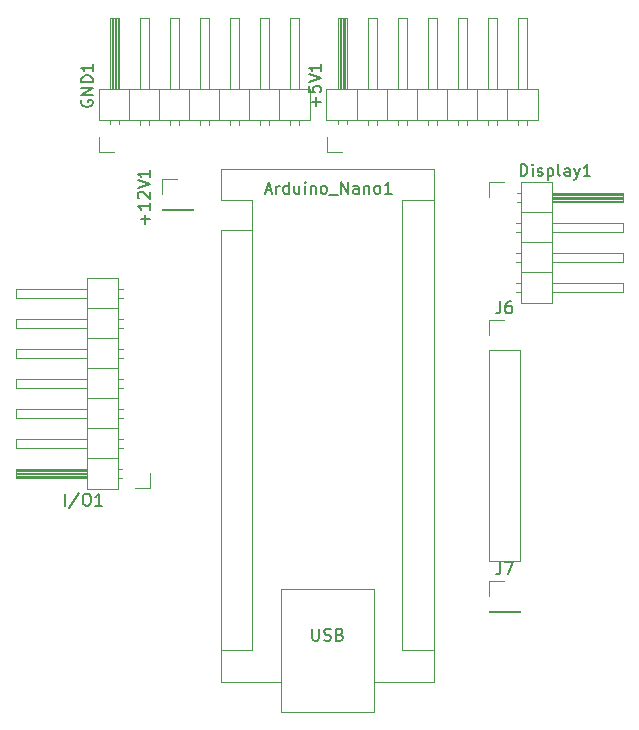
<source format=gto>
G04 #@! TF.GenerationSoftware,KiCad,Pcbnew,7.0.10*
G04 #@! TF.CreationDate,2024-01-18T21:31:56-08:00*
G04 #@! TF.ProjectId,Jettabrain,4a657474-6162-4726-9169-6e2e6b696361,rev?*
G04 #@! TF.SameCoordinates,Original*
G04 #@! TF.FileFunction,Legend,Top*
G04 #@! TF.FilePolarity,Positive*
%FSLAX46Y46*%
G04 Gerber Fmt 4.6, Leading zero omitted, Abs format (unit mm)*
G04 Created by KiCad (PCBNEW 7.0.10) date 2024-01-18 21:31:56*
%MOMM*%
%LPD*%
G01*
G04 APERTURE LIST*
%ADD10C,0.150000*%
%ADD11C,0.120000*%
%ADD12R,1.700000X1.700000*%
%ADD13O,1.700000X1.700000*%
%ADD14R,1.600000X1.600000*%
%ADD15O,1.600000X1.600000*%
G04 APERTURE END LIST*
D10*
X126819866Y-89106094D02*
X126819866Y-88344190D01*
X127200819Y-88725142D02*
X126438914Y-88725142D01*
X127200819Y-87344190D02*
X127200819Y-87915618D01*
X127200819Y-87629904D02*
X126200819Y-87629904D01*
X126200819Y-87629904D02*
X126343676Y-87725142D01*
X126343676Y-87725142D02*
X126438914Y-87820380D01*
X126438914Y-87820380D02*
X126486533Y-87915618D01*
X126296057Y-86963237D02*
X126248438Y-86915618D01*
X126248438Y-86915618D02*
X126200819Y-86820380D01*
X126200819Y-86820380D02*
X126200819Y-86582285D01*
X126200819Y-86582285D02*
X126248438Y-86487047D01*
X126248438Y-86487047D02*
X126296057Y-86439428D01*
X126296057Y-86439428D02*
X126391295Y-86391809D01*
X126391295Y-86391809D02*
X126486533Y-86391809D01*
X126486533Y-86391809D02*
X126629390Y-86439428D01*
X126629390Y-86439428D02*
X127200819Y-87010856D01*
X127200819Y-87010856D02*
X127200819Y-86391809D01*
X126200819Y-86106094D02*
X127200819Y-85772761D01*
X127200819Y-85772761D02*
X126200819Y-85439428D01*
X127200819Y-84582285D02*
X127200819Y-85153713D01*
X127200819Y-84867999D02*
X126200819Y-84867999D01*
X126200819Y-84867999D02*
X126343676Y-84963237D01*
X126343676Y-84963237D02*
X126438914Y-85058475D01*
X126438914Y-85058475D02*
X126486533Y-85153713D01*
X121438438Y-78641095D02*
X121390819Y-78736333D01*
X121390819Y-78736333D02*
X121390819Y-78879190D01*
X121390819Y-78879190D02*
X121438438Y-79022047D01*
X121438438Y-79022047D02*
X121533676Y-79117285D01*
X121533676Y-79117285D02*
X121628914Y-79164904D01*
X121628914Y-79164904D02*
X121819390Y-79212523D01*
X121819390Y-79212523D02*
X121962247Y-79212523D01*
X121962247Y-79212523D02*
X122152723Y-79164904D01*
X122152723Y-79164904D02*
X122247961Y-79117285D01*
X122247961Y-79117285D02*
X122343200Y-79022047D01*
X122343200Y-79022047D02*
X122390819Y-78879190D01*
X122390819Y-78879190D02*
X122390819Y-78783952D01*
X122390819Y-78783952D02*
X122343200Y-78641095D01*
X122343200Y-78641095D02*
X122295580Y-78593476D01*
X122295580Y-78593476D02*
X121962247Y-78593476D01*
X121962247Y-78593476D02*
X121962247Y-78783952D01*
X122390819Y-78164904D02*
X121390819Y-78164904D01*
X121390819Y-78164904D02*
X122390819Y-77593476D01*
X122390819Y-77593476D02*
X121390819Y-77593476D01*
X122390819Y-77117285D02*
X121390819Y-77117285D01*
X121390819Y-77117285D02*
X121390819Y-76879190D01*
X121390819Y-76879190D02*
X121438438Y-76736333D01*
X121438438Y-76736333D02*
X121533676Y-76641095D01*
X121533676Y-76641095D02*
X121628914Y-76593476D01*
X121628914Y-76593476D02*
X121819390Y-76545857D01*
X121819390Y-76545857D02*
X121962247Y-76545857D01*
X121962247Y-76545857D02*
X122152723Y-76593476D01*
X122152723Y-76593476D02*
X122247961Y-76641095D01*
X122247961Y-76641095D02*
X122343200Y-76736333D01*
X122343200Y-76736333D02*
X122390819Y-76879190D01*
X122390819Y-76879190D02*
X122390819Y-77117285D01*
X122390819Y-75593476D02*
X122390819Y-76164904D01*
X122390819Y-75879190D02*
X121390819Y-75879190D01*
X121390819Y-75879190D02*
X121533676Y-75974428D01*
X121533676Y-75974428D02*
X121628914Y-76069666D01*
X121628914Y-76069666D02*
X121676533Y-76164904D01*
X158625428Y-85062819D02*
X158625428Y-84062819D01*
X158625428Y-84062819D02*
X158863523Y-84062819D01*
X158863523Y-84062819D02*
X159006380Y-84110438D01*
X159006380Y-84110438D02*
X159101618Y-84205676D01*
X159101618Y-84205676D02*
X159149237Y-84300914D01*
X159149237Y-84300914D02*
X159196856Y-84491390D01*
X159196856Y-84491390D02*
X159196856Y-84634247D01*
X159196856Y-84634247D02*
X159149237Y-84824723D01*
X159149237Y-84824723D02*
X159101618Y-84919961D01*
X159101618Y-84919961D02*
X159006380Y-85015200D01*
X159006380Y-85015200D02*
X158863523Y-85062819D01*
X158863523Y-85062819D02*
X158625428Y-85062819D01*
X159625428Y-85062819D02*
X159625428Y-84396152D01*
X159625428Y-84062819D02*
X159577809Y-84110438D01*
X159577809Y-84110438D02*
X159625428Y-84158057D01*
X159625428Y-84158057D02*
X159673047Y-84110438D01*
X159673047Y-84110438D02*
X159625428Y-84062819D01*
X159625428Y-84062819D02*
X159625428Y-84158057D01*
X160053999Y-85015200D02*
X160149237Y-85062819D01*
X160149237Y-85062819D02*
X160339713Y-85062819D01*
X160339713Y-85062819D02*
X160434951Y-85015200D01*
X160434951Y-85015200D02*
X160482570Y-84919961D01*
X160482570Y-84919961D02*
X160482570Y-84872342D01*
X160482570Y-84872342D02*
X160434951Y-84777104D01*
X160434951Y-84777104D02*
X160339713Y-84729485D01*
X160339713Y-84729485D02*
X160196856Y-84729485D01*
X160196856Y-84729485D02*
X160101618Y-84681866D01*
X160101618Y-84681866D02*
X160053999Y-84586628D01*
X160053999Y-84586628D02*
X160053999Y-84539009D01*
X160053999Y-84539009D02*
X160101618Y-84443771D01*
X160101618Y-84443771D02*
X160196856Y-84396152D01*
X160196856Y-84396152D02*
X160339713Y-84396152D01*
X160339713Y-84396152D02*
X160434951Y-84443771D01*
X160911142Y-84396152D02*
X160911142Y-85396152D01*
X160911142Y-84443771D02*
X161006380Y-84396152D01*
X161006380Y-84396152D02*
X161196856Y-84396152D01*
X161196856Y-84396152D02*
X161292094Y-84443771D01*
X161292094Y-84443771D02*
X161339713Y-84491390D01*
X161339713Y-84491390D02*
X161387332Y-84586628D01*
X161387332Y-84586628D02*
X161387332Y-84872342D01*
X161387332Y-84872342D02*
X161339713Y-84967580D01*
X161339713Y-84967580D02*
X161292094Y-85015200D01*
X161292094Y-85015200D02*
X161196856Y-85062819D01*
X161196856Y-85062819D02*
X161006380Y-85062819D01*
X161006380Y-85062819D02*
X160911142Y-85015200D01*
X161958761Y-85062819D02*
X161863523Y-85015200D01*
X161863523Y-85015200D02*
X161815904Y-84919961D01*
X161815904Y-84919961D02*
X161815904Y-84062819D01*
X162768285Y-85062819D02*
X162768285Y-84539009D01*
X162768285Y-84539009D02*
X162720666Y-84443771D01*
X162720666Y-84443771D02*
X162625428Y-84396152D01*
X162625428Y-84396152D02*
X162434952Y-84396152D01*
X162434952Y-84396152D02*
X162339714Y-84443771D01*
X162768285Y-85015200D02*
X162673047Y-85062819D01*
X162673047Y-85062819D02*
X162434952Y-85062819D01*
X162434952Y-85062819D02*
X162339714Y-85015200D01*
X162339714Y-85015200D02*
X162292095Y-84919961D01*
X162292095Y-84919961D02*
X162292095Y-84824723D01*
X162292095Y-84824723D02*
X162339714Y-84729485D01*
X162339714Y-84729485D02*
X162434952Y-84681866D01*
X162434952Y-84681866D02*
X162673047Y-84681866D01*
X162673047Y-84681866D02*
X162768285Y-84634247D01*
X163149238Y-84396152D02*
X163387333Y-85062819D01*
X163625428Y-84396152D02*
X163387333Y-85062819D01*
X163387333Y-85062819D02*
X163292095Y-85300914D01*
X163292095Y-85300914D02*
X163244476Y-85348533D01*
X163244476Y-85348533D02*
X163149238Y-85396152D01*
X164530190Y-85062819D02*
X163958762Y-85062819D01*
X164244476Y-85062819D02*
X164244476Y-84062819D01*
X164244476Y-84062819D02*
X164149238Y-84205676D01*
X164149238Y-84205676D02*
X164054000Y-84300914D01*
X164054000Y-84300914D02*
X163958762Y-84348533D01*
X141308866Y-79164904D02*
X141308866Y-78403000D01*
X141689819Y-78783952D02*
X140927914Y-78783952D01*
X140689819Y-77450619D02*
X140689819Y-77926809D01*
X140689819Y-77926809D02*
X141166009Y-77974428D01*
X141166009Y-77974428D02*
X141118390Y-77926809D01*
X141118390Y-77926809D02*
X141070771Y-77831571D01*
X141070771Y-77831571D02*
X141070771Y-77593476D01*
X141070771Y-77593476D02*
X141118390Y-77498238D01*
X141118390Y-77498238D02*
X141166009Y-77450619D01*
X141166009Y-77450619D02*
X141261247Y-77403000D01*
X141261247Y-77403000D02*
X141499342Y-77403000D01*
X141499342Y-77403000D02*
X141594580Y-77450619D01*
X141594580Y-77450619D02*
X141642200Y-77498238D01*
X141642200Y-77498238D02*
X141689819Y-77593476D01*
X141689819Y-77593476D02*
X141689819Y-77831571D01*
X141689819Y-77831571D02*
X141642200Y-77926809D01*
X141642200Y-77926809D02*
X141594580Y-77974428D01*
X140689819Y-77117285D02*
X141689819Y-76783952D01*
X141689819Y-76783952D02*
X140689819Y-76450619D01*
X141689819Y-75593476D02*
X141689819Y-76164904D01*
X141689819Y-75879190D02*
X140689819Y-75879190D01*
X140689819Y-75879190D02*
X140832676Y-75974428D01*
X140832676Y-75974428D02*
X140927914Y-76069666D01*
X140927914Y-76069666D02*
X140975533Y-76164904D01*
X156892666Y-117774819D02*
X156892666Y-118489104D01*
X156892666Y-118489104D02*
X156845047Y-118631961D01*
X156845047Y-118631961D02*
X156749809Y-118727200D01*
X156749809Y-118727200D02*
X156606952Y-118774819D01*
X156606952Y-118774819D02*
X156511714Y-118774819D01*
X157273619Y-117774819D02*
X157940285Y-117774819D01*
X157940285Y-117774819D02*
X157511714Y-118774819D01*
X156892666Y-95676819D02*
X156892666Y-96391104D01*
X156892666Y-96391104D02*
X156845047Y-96533961D01*
X156845047Y-96533961D02*
X156749809Y-96629200D01*
X156749809Y-96629200D02*
X156606952Y-96676819D01*
X156606952Y-96676819D02*
X156511714Y-96676819D01*
X157797428Y-95676819D02*
X157606952Y-95676819D01*
X157606952Y-95676819D02*
X157511714Y-95724438D01*
X157511714Y-95724438D02*
X157464095Y-95772057D01*
X157464095Y-95772057D02*
X157368857Y-95914914D01*
X157368857Y-95914914D02*
X157321238Y-96105390D01*
X157321238Y-96105390D02*
X157321238Y-96486342D01*
X157321238Y-96486342D02*
X157368857Y-96581580D01*
X157368857Y-96581580D02*
X157416476Y-96629200D01*
X157416476Y-96629200D02*
X157511714Y-96676819D01*
X157511714Y-96676819D02*
X157702190Y-96676819D01*
X157702190Y-96676819D02*
X157797428Y-96629200D01*
X157797428Y-96629200D02*
X157845047Y-96581580D01*
X157845047Y-96581580D02*
X157892666Y-96486342D01*
X157892666Y-96486342D02*
X157892666Y-96248247D01*
X157892666Y-96248247D02*
X157845047Y-96153009D01*
X157845047Y-96153009D02*
X157797428Y-96105390D01*
X157797428Y-96105390D02*
X157702190Y-96057771D01*
X157702190Y-96057771D02*
X157511714Y-96057771D01*
X157511714Y-96057771D02*
X157416476Y-96105390D01*
X157416476Y-96105390D02*
X157368857Y-96153009D01*
X157368857Y-96153009D02*
X157321238Y-96248247D01*
X137031666Y-86275104D02*
X137507856Y-86275104D01*
X136936428Y-86560819D02*
X137269761Y-85560819D01*
X137269761Y-85560819D02*
X137603094Y-86560819D01*
X137936428Y-86560819D02*
X137936428Y-85894152D01*
X137936428Y-86084628D02*
X137984047Y-85989390D01*
X137984047Y-85989390D02*
X138031666Y-85941771D01*
X138031666Y-85941771D02*
X138126904Y-85894152D01*
X138126904Y-85894152D02*
X138222142Y-85894152D01*
X138984047Y-86560819D02*
X138984047Y-85560819D01*
X138984047Y-86513200D02*
X138888809Y-86560819D01*
X138888809Y-86560819D02*
X138698333Y-86560819D01*
X138698333Y-86560819D02*
X138603095Y-86513200D01*
X138603095Y-86513200D02*
X138555476Y-86465580D01*
X138555476Y-86465580D02*
X138507857Y-86370342D01*
X138507857Y-86370342D02*
X138507857Y-86084628D01*
X138507857Y-86084628D02*
X138555476Y-85989390D01*
X138555476Y-85989390D02*
X138603095Y-85941771D01*
X138603095Y-85941771D02*
X138698333Y-85894152D01*
X138698333Y-85894152D02*
X138888809Y-85894152D01*
X138888809Y-85894152D02*
X138984047Y-85941771D01*
X139888809Y-85894152D02*
X139888809Y-86560819D01*
X139460238Y-85894152D02*
X139460238Y-86417961D01*
X139460238Y-86417961D02*
X139507857Y-86513200D01*
X139507857Y-86513200D02*
X139603095Y-86560819D01*
X139603095Y-86560819D02*
X139745952Y-86560819D01*
X139745952Y-86560819D02*
X139841190Y-86513200D01*
X139841190Y-86513200D02*
X139888809Y-86465580D01*
X140365000Y-86560819D02*
X140365000Y-85894152D01*
X140365000Y-85560819D02*
X140317381Y-85608438D01*
X140317381Y-85608438D02*
X140365000Y-85656057D01*
X140365000Y-85656057D02*
X140412619Y-85608438D01*
X140412619Y-85608438D02*
X140365000Y-85560819D01*
X140365000Y-85560819D02*
X140365000Y-85656057D01*
X140841190Y-85894152D02*
X140841190Y-86560819D01*
X140841190Y-85989390D02*
X140888809Y-85941771D01*
X140888809Y-85941771D02*
X140984047Y-85894152D01*
X140984047Y-85894152D02*
X141126904Y-85894152D01*
X141126904Y-85894152D02*
X141222142Y-85941771D01*
X141222142Y-85941771D02*
X141269761Y-86037009D01*
X141269761Y-86037009D02*
X141269761Y-86560819D01*
X141888809Y-86560819D02*
X141793571Y-86513200D01*
X141793571Y-86513200D02*
X141745952Y-86465580D01*
X141745952Y-86465580D02*
X141698333Y-86370342D01*
X141698333Y-86370342D02*
X141698333Y-86084628D01*
X141698333Y-86084628D02*
X141745952Y-85989390D01*
X141745952Y-85989390D02*
X141793571Y-85941771D01*
X141793571Y-85941771D02*
X141888809Y-85894152D01*
X141888809Y-85894152D02*
X142031666Y-85894152D01*
X142031666Y-85894152D02*
X142126904Y-85941771D01*
X142126904Y-85941771D02*
X142174523Y-85989390D01*
X142174523Y-85989390D02*
X142222142Y-86084628D01*
X142222142Y-86084628D02*
X142222142Y-86370342D01*
X142222142Y-86370342D02*
X142174523Y-86465580D01*
X142174523Y-86465580D02*
X142126904Y-86513200D01*
X142126904Y-86513200D02*
X142031666Y-86560819D01*
X142031666Y-86560819D02*
X141888809Y-86560819D01*
X142412619Y-86656057D02*
X143174523Y-86656057D01*
X143412619Y-86560819D02*
X143412619Y-85560819D01*
X143412619Y-85560819D02*
X143984047Y-86560819D01*
X143984047Y-86560819D02*
X143984047Y-85560819D01*
X144888809Y-86560819D02*
X144888809Y-86037009D01*
X144888809Y-86037009D02*
X144841190Y-85941771D01*
X144841190Y-85941771D02*
X144745952Y-85894152D01*
X144745952Y-85894152D02*
X144555476Y-85894152D01*
X144555476Y-85894152D02*
X144460238Y-85941771D01*
X144888809Y-86513200D02*
X144793571Y-86560819D01*
X144793571Y-86560819D02*
X144555476Y-86560819D01*
X144555476Y-86560819D02*
X144460238Y-86513200D01*
X144460238Y-86513200D02*
X144412619Y-86417961D01*
X144412619Y-86417961D02*
X144412619Y-86322723D01*
X144412619Y-86322723D02*
X144460238Y-86227485D01*
X144460238Y-86227485D02*
X144555476Y-86179866D01*
X144555476Y-86179866D02*
X144793571Y-86179866D01*
X144793571Y-86179866D02*
X144888809Y-86132247D01*
X145365000Y-85894152D02*
X145365000Y-86560819D01*
X145365000Y-85989390D02*
X145412619Y-85941771D01*
X145412619Y-85941771D02*
X145507857Y-85894152D01*
X145507857Y-85894152D02*
X145650714Y-85894152D01*
X145650714Y-85894152D02*
X145745952Y-85941771D01*
X145745952Y-85941771D02*
X145793571Y-86037009D01*
X145793571Y-86037009D02*
X145793571Y-86560819D01*
X146412619Y-86560819D02*
X146317381Y-86513200D01*
X146317381Y-86513200D02*
X146269762Y-86465580D01*
X146269762Y-86465580D02*
X146222143Y-86370342D01*
X146222143Y-86370342D02*
X146222143Y-86084628D01*
X146222143Y-86084628D02*
X146269762Y-85989390D01*
X146269762Y-85989390D02*
X146317381Y-85941771D01*
X146317381Y-85941771D02*
X146412619Y-85894152D01*
X146412619Y-85894152D02*
X146555476Y-85894152D01*
X146555476Y-85894152D02*
X146650714Y-85941771D01*
X146650714Y-85941771D02*
X146698333Y-85989390D01*
X146698333Y-85989390D02*
X146745952Y-86084628D01*
X146745952Y-86084628D02*
X146745952Y-86370342D01*
X146745952Y-86370342D02*
X146698333Y-86465580D01*
X146698333Y-86465580D02*
X146650714Y-86513200D01*
X146650714Y-86513200D02*
X146555476Y-86560819D01*
X146555476Y-86560819D02*
X146412619Y-86560819D01*
X147698333Y-86560819D02*
X147126905Y-86560819D01*
X147412619Y-86560819D02*
X147412619Y-85560819D01*
X147412619Y-85560819D02*
X147317381Y-85703676D01*
X147317381Y-85703676D02*
X147222143Y-85798914D01*
X147222143Y-85798914D02*
X147126905Y-85846533D01*
X140978095Y-123406819D02*
X140978095Y-124216342D01*
X140978095Y-124216342D02*
X141025714Y-124311580D01*
X141025714Y-124311580D02*
X141073333Y-124359200D01*
X141073333Y-124359200D02*
X141168571Y-124406819D01*
X141168571Y-124406819D02*
X141359047Y-124406819D01*
X141359047Y-124406819D02*
X141454285Y-124359200D01*
X141454285Y-124359200D02*
X141501904Y-124311580D01*
X141501904Y-124311580D02*
X141549523Y-124216342D01*
X141549523Y-124216342D02*
X141549523Y-123406819D01*
X141978095Y-124359200D02*
X142120952Y-124406819D01*
X142120952Y-124406819D02*
X142359047Y-124406819D01*
X142359047Y-124406819D02*
X142454285Y-124359200D01*
X142454285Y-124359200D02*
X142501904Y-124311580D01*
X142501904Y-124311580D02*
X142549523Y-124216342D01*
X142549523Y-124216342D02*
X142549523Y-124121104D01*
X142549523Y-124121104D02*
X142501904Y-124025866D01*
X142501904Y-124025866D02*
X142454285Y-123978247D01*
X142454285Y-123978247D02*
X142359047Y-123930628D01*
X142359047Y-123930628D02*
X142168571Y-123883009D01*
X142168571Y-123883009D02*
X142073333Y-123835390D01*
X142073333Y-123835390D02*
X142025714Y-123787771D01*
X142025714Y-123787771D02*
X141978095Y-123692533D01*
X141978095Y-123692533D02*
X141978095Y-123597295D01*
X141978095Y-123597295D02*
X142025714Y-123502057D01*
X142025714Y-123502057D02*
X142073333Y-123454438D01*
X142073333Y-123454438D02*
X142168571Y-123406819D01*
X142168571Y-123406819D02*
X142406666Y-123406819D01*
X142406666Y-123406819D02*
X142549523Y-123454438D01*
X143311428Y-123883009D02*
X143454285Y-123930628D01*
X143454285Y-123930628D02*
X143501904Y-123978247D01*
X143501904Y-123978247D02*
X143549523Y-124073485D01*
X143549523Y-124073485D02*
X143549523Y-124216342D01*
X143549523Y-124216342D02*
X143501904Y-124311580D01*
X143501904Y-124311580D02*
X143454285Y-124359200D01*
X143454285Y-124359200D02*
X143359047Y-124406819D01*
X143359047Y-124406819D02*
X142978095Y-124406819D01*
X142978095Y-124406819D02*
X142978095Y-123406819D01*
X142978095Y-123406819D02*
X143311428Y-123406819D01*
X143311428Y-123406819D02*
X143406666Y-123454438D01*
X143406666Y-123454438D02*
X143454285Y-123502057D01*
X143454285Y-123502057D02*
X143501904Y-123597295D01*
X143501904Y-123597295D02*
X143501904Y-123692533D01*
X143501904Y-123692533D02*
X143454285Y-123787771D01*
X143454285Y-123787771D02*
X143406666Y-123835390D01*
X143406666Y-123835390D02*
X143311428Y-123883009D01*
X143311428Y-123883009D02*
X142978095Y-123883009D01*
X120075191Y-112960819D02*
X120075191Y-111960819D01*
X121265666Y-111913200D02*
X120408524Y-113198914D01*
X121789476Y-111960819D02*
X121979952Y-111960819D01*
X121979952Y-111960819D02*
X122075190Y-112008438D01*
X122075190Y-112008438D02*
X122170428Y-112103676D01*
X122170428Y-112103676D02*
X122218047Y-112294152D01*
X122218047Y-112294152D02*
X122218047Y-112627485D01*
X122218047Y-112627485D02*
X122170428Y-112817961D01*
X122170428Y-112817961D02*
X122075190Y-112913200D01*
X122075190Y-112913200D02*
X121979952Y-112960819D01*
X121979952Y-112960819D02*
X121789476Y-112960819D01*
X121789476Y-112960819D02*
X121694238Y-112913200D01*
X121694238Y-112913200D02*
X121599000Y-112817961D01*
X121599000Y-112817961D02*
X121551381Y-112627485D01*
X121551381Y-112627485D02*
X121551381Y-112294152D01*
X121551381Y-112294152D02*
X121599000Y-112103676D01*
X121599000Y-112103676D02*
X121694238Y-112008438D01*
X121694238Y-112008438D02*
X121789476Y-111960819D01*
X123170428Y-112960819D02*
X122599000Y-112960819D01*
X122884714Y-112960819D02*
X122884714Y-111960819D01*
X122884714Y-111960819D02*
X122789476Y-112103676D01*
X122789476Y-112103676D02*
X122694238Y-112198914D01*
X122694238Y-112198914D02*
X122599000Y-112246533D01*
D11*
X128210000Y-86614000D02*
X128210000Y-85284000D01*
X128210000Y-87884000D02*
X128210000Y-87944000D01*
X130870000Y-87884000D02*
X130870000Y-87944000D01*
X128210000Y-87944000D02*
X130870000Y-87944000D01*
X128210000Y-87884000D02*
X130870000Y-87884000D01*
X128210000Y-85284000D02*
X129540000Y-85284000D01*
X123826000Y-77688000D02*
X123826000Y-71688000D01*
X139826000Y-71688000D02*
X139826000Y-77688000D01*
X124246000Y-77688000D02*
X124246000Y-71688000D01*
X124126000Y-77688000D02*
X124126000Y-71688000D01*
X128906000Y-77688000D02*
X128906000Y-71688000D01*
X137286000Y-80745071D02*
X137286000Y-80348000D01*
X139066000Y-77688000D02*
X139066000Y-71688000D01*
X131446000Y-77688000D02*
X131446000Y-71688000D01*
X131446000Y-80745071D02*
X131446000Y-80348000D01*
X124206000Y-83058000D02*
X122936000Y-83058000D01*
X126366000Y-77688000D02*
X126366000Y-71688000D01*
X127126000Y-80745071D02*
X127126000Y-80348000D01*
X133986000Y-80745071D02*
X133986000Y-80348000D01*
X133986000Y-71688000D02*
X134746000Y-71688000D01*
X133096000Y-80348000D02*
X133096000Y-77688000D01*
X137286000Y-71688000D02*
X137286000Y-77688000D01*
X128906000Y-71688000D02*
X129666000Y-71688000D01*
X126366000Y-71688000D02*
X127126000Y-71688000D01*
X138176000Y-80348000D02*
X138176000Y-77688000D01*
X133986000Y-77688000D02*
X133986000Y-71688000D01*
X122936000Y-83058000D02*
X122936000Y-81788000D01*
X134746000Y-71688000D02*
X134746000Y-77688000D01*
X136526000Y-77688000D02*
X136526000Y-71688000D01*
X140776000Y-77688000D02*
X122876000Y-77688000D01*
X139826000Y-80745071D02*
X139826000Y-80348000D01*
X132206000Y-71688000D02*
X132206000Y-77688000D01*
X124006000Y-77688000D02*
X124006000Y-71688000D01*
X139066000Y-71688000D02*
X139826000Y-71688000D01*
X128906000Y-80745071D02*
X128906000Y-80348000D01*
X136526000Y-80745071D02*
X136526000Y-80348000D01*
X132206000Y-80745071D02*
X132206000Y-80348000D01*
X122876000Y-77688000D02*
X122876000Y-80348000D01*
X136526000Y-71688000D02*
X137286000Y-71688000D01*
X124586000Y-71688000D02*
X124586000Y-77688000D01*
X123826000Y-80678000D02*
X123826000Y-80348000D01*
X134746000Y-80745071D02*
X134746000Y-80348000D01*
X124486000Y-77688000D02*
X124486000Y-71688000D01*
X122876000Y-80348000D02*
X140776000Y-80348000D01*
X140776000Y-80348000D02*
X140776000Y-77688000D01*
X135636000Y-80348000D02*
X135636000Y-77688000D01*
X124366000Y-77688000D02*
X124366000Y-71688000D01*
X128016000Y-80348000D02*
X128016000Y-77688000D01*
X127126000Y-71688000D02*
X127126000Y-77688000D01*
X129666000Y-80745071D02*
X129666000Y-80348000D01*
X126366000Y-80745071D02*
X126366000Y-80348000D01*
X129666000Y-71688000D02*
X129666000Y-77688000D01*
X139066000Y-80745071D02*
X139066000Y-80348000D01*
X123886000Y-77688000D02*
X123886000Y-71688000D01*
X123826000Y-71688000D02*
X124586000Y-71688000D01*
X124586000Y-80678000D02*
X124586000Y-80348000D01*
X131446000Y-71688000D02*
X132206000Y-71688000D01*
X130556000Y-80348000D02*
X130556000Y-77688000D01*
X125476000Y-80348000D02*
X125476000Y-77688000D01*
X167269000Y-86498000D02*
X167269000Y-87258000D01*
X158609000Y-85548000D02*
X158609000Y-95828000D01*
X161269000Y-86558000D02*
X167269000Y-86558000D01*
X161269000Y-89038000D02*
X167269000Y-89038000D01*
X158211929Y-92338000D02*
X158609000Y-92338000D01*
X167269000Y-94118000D02*
X167269000Y-94878000D01*
X167269000Y-87258000D02*
X161269000Y-87258000D01*
X158609000Y-90688000D02*
X161269000Y-90688000D01*
X161269000Y-86498000D02*
X167269000Y-86498000D01*
X161269000Y-95828000D02*
X161269000Y-85548000D01*
X167269000Y-94878000D02*
X161269000Y-94878000D01*
X155899000Y-85608000D02*
X157169000Y-85608000D01*
X158279000Y-86498000D02*
X158609000Y-86498000D01*
X158609000Y-95828000D02*
X161269000Y-95828000D01*
X161269000Y-87158000D02*
X167269000Y-87158000D01*
X161269000Y-85548000D02*
X158609000Y-85548000D01*
X167269000Y-91578000D02*
X167269000Y-92338000D01*
X161269000Y-94118000D02*
X167269000Y-94118000D01*
X158279000Y-87258000D02*
X158609000Y-87258000D01*
X158211929Y-91578000D02*
X158609000Y-91578000D01*
X158211929Y-94878000D02*
X158609000Y-94878000D01*
X161269000Y-86678000D02*
X167269000Y-86678000D01*
X158211929Y-89798000D02*
X158609000Y-89798000D01*
X167269000Y-92338000D02*
X161269000Y-92338000D01*
X158609000Y-93228000D02*
X161269000Y-93228000D01*
X158211929Y-94118000D02*
X158609000Y-94118000D01*
X161269000Y-87038000D02*
X167269000Y-87038000D01*
X158211929Y-89038000D02*
X158609000Y-89038000D01*
X161269000Y-91578000D02*
X167269000Y-91578000D01*
X161269000Y-86798000D02*
X167269000Y-86798000D01*
X167269000Y-89798000D02*
X161269000Y-89798000D01*
X161269000Y-86918000D02*
X167269000Y-86918000D01*
X158609000Y-88148000D02*
X161269000Y-88148000D01*
X167269000Y-89038000D02*
X167269000Y-89798000D01*
X155899000Y-86878000D02*
X155899000Y-85608000D01*
X143125000Y-77688000D02*
X143125000Y-71688000D01*
X159125000Y-71688000D02*
X159125000Y-77688000D01*
X143545000Y-77688000D02*
X143545000Y-71688000D01*
X143425000Y-77688000D02*
X143425000Y-71688000D01*
X148205000Y-77688000D02*
X148205000Y-71688000D01*
X156585000Y-80745071D02*
X156585000Y-80348000D01*
X158365000Y-77688000D02*
X158365000Y-71688000D01*
X150745000Y-77688000D02*
X150745000Y-71688000D01*
X150745000Y-80745071D02*
X150745000Y-80348000D01*
X143505000Y-83058000D02*
X142235000Y-83058000D01*
X145665000Y-77688000D02*
X145665000Y-71688000D01*
X146425000Y-80745071D02*
X146425000Y-80348000D01*
X153285000Y-80745071D02*
X153285000Y-80348000D01*
X153285000Y-71688000D02*
X154045000Y-71688000D01*
X152395000Y-80348000D02*
X152395000Y-77688000D01*
X156585000Y-71688000D02*
X156585000Y-77688000D01*
X148205000Y-71688000D02*
X148965000Y-71688000D01*
X145665000Y-71688000D02*
X146425000Y-71688000D01*
X157475000Y-80348000D02*
X157475000Y-77688000D01*
X153285000Y-77688000D02*
X153285000Y-71688000D01*
X142235000Y-83058000D02*
X142235000Y-81788000D01*
X154045000Y-71688000D02*
X154045000Y-77688000D01*
X155825000Y-77688000D02*
X155825000Y-71688000D01*
X160075000Y-77688000D02*
X142175000Y-77688000D01*
X159125000Y-80745071D02*
X159125000Y-80348000D01*
X151505000Y-71688000D02*
X151505000Y-77688000D01*
X143305000Y-77688000D02*
X143305000Y-71688000D01*
X158365000Y-71688000D02*
X159125000Y-71688000D01*
X148205000Y-80745071D02*
X148205000Y-80348000D01*
X155825000Y-80745071D02*
X155825000Y-80348000D01*
X151505000Y-80745071D02*
X151505000Y-80348000D01*
X142175000Y-77688000D02*
X142175000Y-80348000D01*
X155825000Y-71688000D02*
X156585000Y-71688000D01*
X143885000Y-71688000D02*
X143885000Y-77688000D01*
X143125000Y-80678000D02*
X143125000Y-80348000D01*
X154045000Y-80745071D02*
X154045000Y-80348000D01*
X143785000Y-77688000D02*
X143785000Y-71688000D01*
X142175000Y-80348000D02*
X160075000Y-80348000D01*
X160075000Y-80348000D02*
X160075000Y-77688000D01*
X154935000Y-80348000D02*
X154935000Y-77688000D01*
X143665000Y-77688000D02*
X143665000Y-71688000D01*
X147315000Y-80348000D02*
X147315000Y-77688000D01*
X146425000Y-71688000D02*
X146425000Y-77688000D01*
X148965000Y-80745071D02*
X148965000Y-80348000D01*
X145665000Y-80745071D02*
X145665000Y-80348000D01*
X148965000Y-71688000D02*
X148965000Y-77688000D01*
X158365000Y-80745071D02*
X158365000Y-80348000D01*
X143185000Y-77688000D02*
X143185000Y-71688000D01*
X143125000Y-71688000D02*
X143885000Y-71688000D01*
X143885000Y-80678000D02*
X143885000Y-80348000D01*
X150745000Y-71688000D02*
X151505000Y-71688000D01*
X149855000Y-80348000D02*
X149855000Y-77688000D01*
X144775000Y-80348000D02*
X144775000Y-77688000D01*
X155896000Y-119320000D02*
X157226000Y-119320000D01*
X155896000Y-121920000D02*
X158556000Y-121920000D01*
X155896000Y-121980000D02*
X158556000Y-121980000D01*
X158556000Y-121920000D02*
X158556000Y-121980000D01*
X155896000Y-121920000D02*
X155896000Y-121980000D01*
X155896000Y-120650000D02*
X155896000Y-119320000D01*
X155896000Y-99822000D02*
X158556000Y-99822000D01*
X155896000Y-117662000D02*
X158556000Y-117662000D01*
X155896000Y-99822000D02*
X155896000Y-117662000D01*
X155896000Y-98552000D02*
X155896000Y-97222000D01*
X158556000Y-99822000D02*
X158556000Y-117662000D01*
X155896000Y-97222000D02*
X157226000Y-97222000D01*
X133220000Y-84452000D02*
X133220000Y-87122000D01*
X133220000Y-89662000D02*
X133220000Y-127892000D01*
X133220000Y-127892000D02*
X138300000Y-127892000D01*
X135890000Y-87122000D02*
X133220000Y-87122000D01*
X135890000Y-89662000D02*
X133220000Y-89662000D01*
X135890000Y-89662000D02*
X135890000Y-87122000D01*
X135890000Y-89662000D02*
X135890000Y-125222000D01*
X135890000Y-125222000D02*
X133220000Y-125222000D01*
X138300000Y-120012000D02*
X146180000Y-120012000D01*
X138300000Y-130432000D02*
X138300000Y-120012000D01*
X146180000Y-120012000D02*
X146180000Y-130432000D01*
X146180000Y-130432000D02*
X138300000Y-130432000D01*
X148590000Y-87122000D02*
X148590000Y-125222000D01*
X148590000Y-87122000D02*
X151260000Y-87122000D01*
X148590000Y-125222000D02*
X151260000Y-125222000D01*
X151260000Y-84452000D02*
X133220000Y-84452000D01*
X151260000Y-127892000D02*
X146180000Y-127892000D01*
X151260000Y-127892000D02*
X151260000Y-84452000D01*
X124544000Y-108966000D02*
X121884000Y-108966000D01*
X124544000Y-103886000D02*
X121884000Y-103886000D01*
X115884000Y-102996000D02*
X115884000Y-102236000D01*
X124874000Y-109856000D02*
X124544000Y-109856000D01*
X115884000Y-110616000D02*
X115884000Y-109856000D01*
X121884000Y-110556000D02*
X115884000Y-110556000D01*
X124941071Y-95376000D02*
X124544000Y-95376000D01*
X115884000Y-104776000D02*
X121884000Y-104776000D01*
X124941071Y-108076000D02*
X124544000Y-108076000D01*
X124941071Y-104776000D02*
X124544000Y-104776000D01*
X115884000Y-107316000D02*
X121884000Y-107316000D01*
X124544000Y-106426000D02*
X121884000Y-106426000D01*
X121884000Y-110076000D02*
X115884000Y-110076000D01*
X124544000Y-98806000D02*
X121884000Y-98806000D01*
X124544000Y-93666000D02*
X121884000Y-93666000D01*
X124544000Y-111566000D02*
X124544000Y-93666000D01*
X121884000Y-109956000D02*
X115884000Y-109956000D01*
X124941071Y-99696000D02*
X124544000Y-99696000D01*
X124874000Y-110616000D02*
X124544000Y-110616000D01*
X115884000Y-109856000D02*
X121884000Y-109856000D01*
X115884000Y-97916000D02*
X115884000Y-97156000D01*
X121884000Y-111566000D02*
X124544000Y-111566000D01*
X124941071Y-102236000D02*
X124544000Y-102236000D01*
X124941071Y-97916000D02*
X124544000Y-97916000D01*
X124941071Y-105536000D02*
X124544000Y-105536000D01*
X115884000Y-95376000D02*
X115884000Y-94616000D01*
X121884000Y-110436000D02*
X115884000Y-110436000D01*
X115884000Y-102236000D02*
X121884000Y-102236000D01*
X124941071Y-94616000D02*
X124544000Y-94616000D01*
X121884000Y-93666000D02*
X121884000Y-111566000D01*
X121884000Y-97916000D02*
X115884000Y-97916000D01*
X115884000Y-99696000D02*
X121884000Y-99696000D01*
X127254000Y-111506000D02*
X125984000Y-111506000D01*
X121884000Y-100456000D02*
X115884000Y-100456000D01*
X124544000Y-96266000D02*
X121884000Y-96266000D01*
X115884000Y-108076000D02*
X115884000Y-107316000D01*
X115884000Y-105536000D02*
X115884000Y-104776000D01*
X115884000Y-97156000D02*
X121884000Y-97156000D01*
X124544000Y-101346000D02*
X121884000Y-101346000D01*
X115884000Y-100456000D02*
X115884000Y-99696000D01*
X124941071Y-100456000D02*
X124544000Y-100456000D01*
X124941071Y-107316000D02*
X124544000Y-107316000D01*
X121884000Y-108076000D02*
X115884000Y-108076000D01*
X127254000Y-110236000D02*
X127254000Y-111506000D01*
X124941071Y-102996000D02*
X124544000Y-102996000D01*
X121884000Y-102996000D02*
X115884000Y-102996000D01*
X121884000Y-95376000D02*
X115884000Y-95376000D01*
X124941071Y-97156000D02*
X124544000Y-97156000D01*
X121884000Y-105536000D02*
X115884000Y-105536000D01*
X121884000Y-110316000D02*
X115884000Y-110316000D01*
X121884000Y-110196000D02*
X115884000Y-110196000D01*
X115884000Y-94616000D02*
X121884000Y-94616000D01*
X121884000Y-110616000D02*
X115884000Y-110616000D01*
%LPC*%
D12*
X129540000Y-86614000D03*
X124206000Y-81788000D03*
D13*
X126746000Y-81788000D03*
X129286000Y-81788000D03*
X131826000Y-81788000D03*
X134366000Y-81788000D03*
X136906000Y-81788000D03*
X139446000Y-81788000D03*
D12*
X157169000Y-86878000D03*
D13*
X157169000Y-89418000D03*
X157169000Y-91958000D03*
X157169000Y-94498000D03*
D12*
X143505000Y-81788000D03*
D13*
X146045000Y-81788000D03*
X148585000Y-81788000D03*
X151125000Y-81788000D03*
X153665000Y-81788000D03*
X156205000Y-81788000D03*
X158745000Y-81788000D03*
D12*
X157226000Y-120650000D03*
X157226000Y-98552000D03*
D13*
X157226000Y-101092000D03*
X157226000Y-103632000D03*
X157226000Y-106172000D03*
X157226000Y-108712000D03*
X157226000Y-111252000D03*
X157226000Y-113792000D03*
X157226000Y-116332000D03*
D14*
X134620000Y-88392000D03*
D15*
X134620000Y-90932000D03*
X134620000Y-93472000D03*
X134620000Y-96012000D03*
X134620000Y-98552000D03*
X134620000Y-101092000D03*
X134620000Y-103632000D03*
X134620000Y-106172000D03*
X134620000Y-108712000D03*
X134620000Y-111252000D03*
X134620000Y-113792000D03*
X134620000Y-116332000D03*
X134620000Y-118872000D03*
X134620000Y-121412000D03*
X134620000Y-123952000D03*
X149860000Y-123952000D03*
X149860000Y-121412000D03*
X149860000Y-118872000D03*
X149860000Y-116332000D03*
X149860000Y-113792000D03*
X149860000Y-111252000D03*
X149860000Y-108712000D03*
X149860000Y-106172000D03*
X149860000Y-103632000D03*
X149860000Y-101092000D03*
X149860000Y-98552000D03*
X149860000Y-96012000D03*
X149860000Y-93472000D03*
X149860000Y-90932000D03*
X149860000Y-88392000D03*
D12*
X130556000Y-93472000D03*
D13*
X130556000Y-96012000D03*
X130556000Y-98552000D03*
X130556000Y-101092000D03*
X130556000Y-103632000D03*
X130556000Y-106172000D03*
X130556000Y-108712000D03*
X130556000Y-111252000D03*
X130556000Y-113792000D03*
X130556000Y-116332000D03*
X130556000Y-118872000D03*
X130556000Y-121412000D03*
X130556000Y-123952000D03*
X130556000Y-126492000D03*
X125984000Y-94996000D03*
X125984000Y-97536000D03*
X125984000Y-100076000D03*
X125984000Y-102616000D03*
X125984000Y-105156000D03*
X125984000Y-107696000D03*
D12*
X125984000Y-110236000D03*
%LPD*%
M02*

</source>
